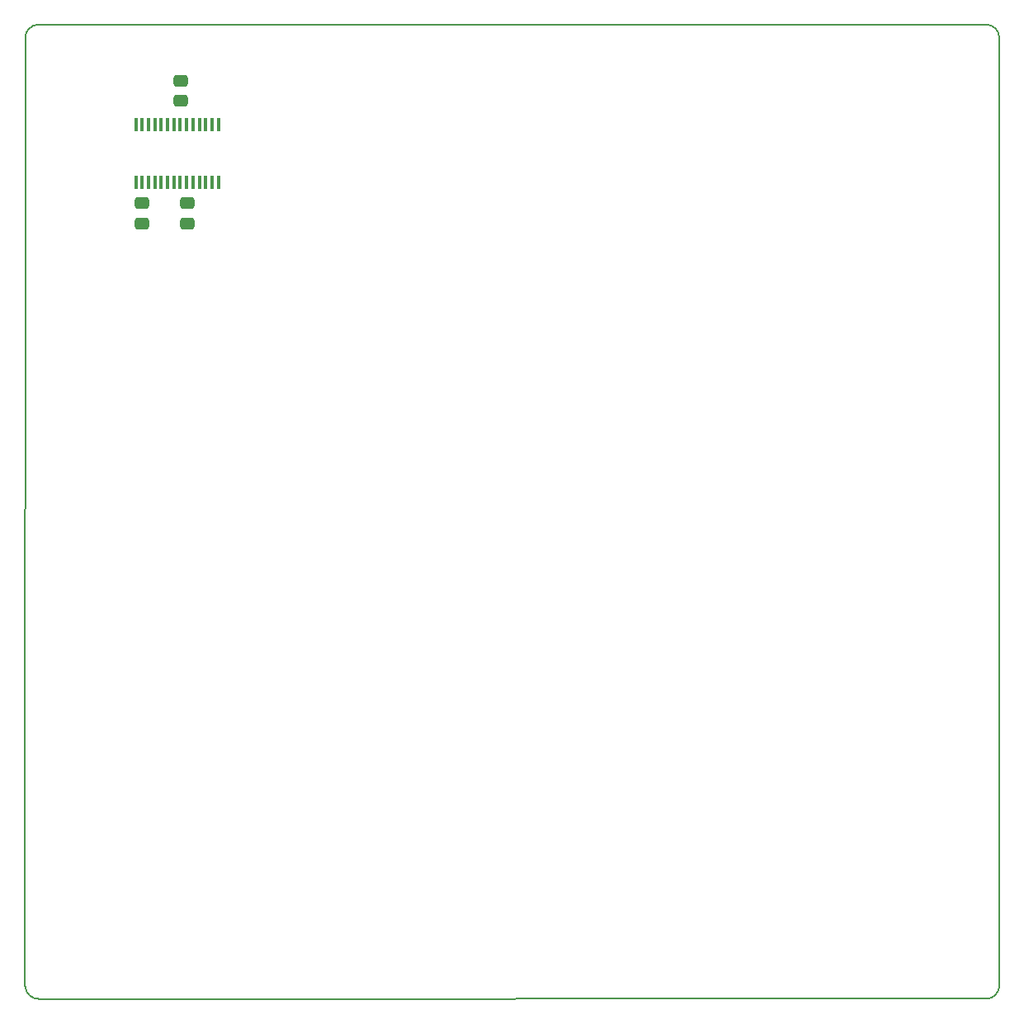
<source format=gbr>
%TF.GenerationSoftware,KiCad,Pcbnew,(6.0.7)*%
%TF.CreationDate,2022-10-05T08:16:40+03:00*%
%TF.ProjectId,irigatii2,69726967-6174-4696-9932-2e6b69636164,rev?*%
%TF.SameCoordinates,Original*%
%TF.FileFunction,Paste,Top*%
%TF.FilePolarity,Positive*%
%FSLAX46Y46*%
G04 Gerber Fmt 4.6, Leading zero omitted, Abs format (unit mm)*
G04 Created by KiCad (PCBNEW (6.0.7)) date 2022-10-05 08:16:40*
%MOMM*%
%LPD*%
G01*
G04 APERTURE LIST*
G04 Aperture macros list*
%AMRoundRect*
0 Rectangle with rounded corners*
0 $1 Rounding radius*
0 $2 $3 $4 $5 $6 $7 $8 $9 X,Y pos of 4 corners*
0 Add a 4 corners polygon primitive as box body*
4,1,4,$2,$3,$4,$5,$6,$7,$8,$9,$2,$3,0*
0 Add four circle primitives for the rounded corners*
1,1,$1+$1,$2,$3*
1,1,$1+$1,$4,$5*
1,1,$1+$1,$6,$7*
1,1,$1+$1,$8,$9*
0 Add four rect primitives between the rounded corners*
20,1,$1+$1,$2,$3,$4,$5,0*
20,1,$1+$1,$4,$5,$6,$7,0*
20,1,$1+$1,$6,$7,$8,$9,0*
20,1,$1+$1,$8,$9,$2,$3,0*%
G04 Aperture macros list end*
%TA.AperFunction,Profile*%
%ADD10C,0.150000*%
%TD*%
%ADD11R,0.450000X1.475000*%
%ADD12RoundRect,0.250000X0.475000X-0.337500X0.475000X0.337500X-0.475000X0.337500X-0.475000X-0.337500X0*%
%ADD13RoundRect,0.250000X-0.475000X0.337500X-0.475000X-0.337500X0.475000X-0.337500X0.475000X0.337500X0*%
G04 APERTURE END LIST*
D10*
X28912780Y-80877533D02*
G75*
G03*
X27565448Y-82299928I22280J-1370417D01*
G01*
X27559000Y-179500667D02*
X27565448Y-82299928D01*
X127529559Y-82227378D02*
G75*
G03*
X126107071Y-80880047I-1370459J-22322D01*
G01*
X126179621Y-180844073D02*
X28981400Y-180847999D01*
X28912780Y-80877528D02*
X126107071Y-80880047D01*
X127529471Y-82227379D02*
X127526953Y-179421673D01*
X126179622Y-180844159D02*
G75*
G03*
X127526953Y-179421673I-22322J1370459D01*
G01*
X27558995Y-179500667D02*
G75*
G03*
X28981400Y-180847999I1370405J22267D01*
G01*
D11*
%TO.C,IC2*%
X38929600Y-97040000D03*
X39579600Y-97040000D03*
X40229600Y-97040000D03*
X40879600Y-97040000D03*
X41529600Y-97040000D03*
X42179600Y-97040000D03*
X42829600Y-97040000D03*
X43479600Y-97040000D03*
X44129600Y-97040000D03*
X44779600Y-97040000D03*
X45429600Y-97040000D03*
X46079600Y-97040000D03*
X46729600Y-97040000D03*
X47379600Y-97040000D03*
X47379600Y-91164000D03*
X46729600Y-91164000D03*
X46079600Y-91164000D03*
X45429600Y-91164000D03*
X44779600Y-91164000D03*
X44129600Y-91164000D03*
X43479600Y-91164000D03*
X42829600Y-91164000D03*
X42179600Y-91164000D03*
X41529600Y-91164000D03*
X40879600Y-91164000D03*
X40229600Y-91164000D03*
X39579600Y-91164000D03*
X38929600Y-91164000D03*
%TD*%
D12*
%TO.C,C8*%
X43510200Y-88696800D03*
X43510200Y-86621800D03*
%TD*%
D13*
%TO.C,C10*%
X39522400Y-99190900D03*
X39522400Y-101265900D03*
%TD*%
%TO.C,C9*%
X44170600Y-99212400D03*
X44170600Y-101287400D03*
%TD*%
M02*

</source>
